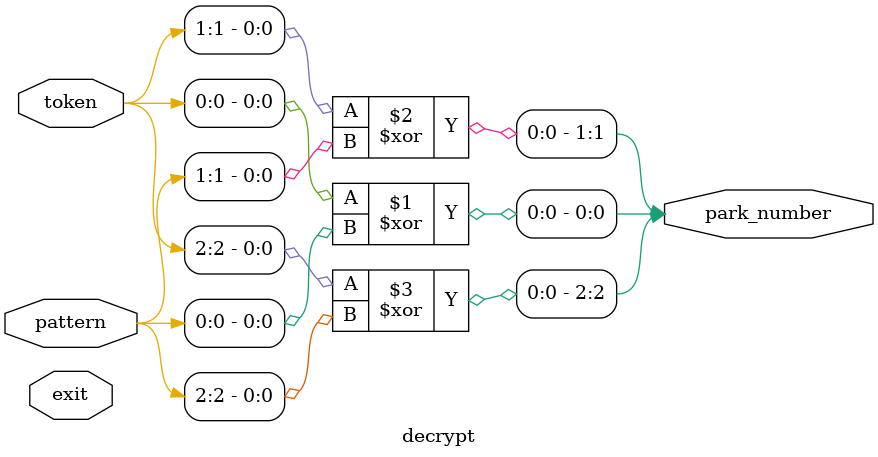
<source format=v>
/*--  *******************************************************
--  Computer Architecture Course, Laboratory Sources 
--  Amirkabir University of Technology (Tehran Polytechnic)
--  Department of Computer Engineering (CE-AUT)
--  https://ce[dot]aut[dot]ac[dot]ir
--  *******************************************************
--  All Rights reserved (C) 2021-2022
--  *******************************************************
--  Student ID  : 
--  Student Name: 
--  Student Mail: 
--  *******************************************************
--  Additional Comments:
--
--*/

/*-----------------------------------------------------------
---  Module Name: decrypt 
-----------------------------------------------------------*/
`timescale 1 ns/1 ns
module decrypt(
    exit,
    token,
    pattern,
    park_number);

input exit;
input [2:0] token;
input [2:0] pattern;
output [2:0] park_number;


xor (park_number[0], token[0], pattern[0]);
xor (park_number[1], token[1], pattern[1]);
xor (park_number[2], token[2], pattern[2]);


endmodule
</source>
